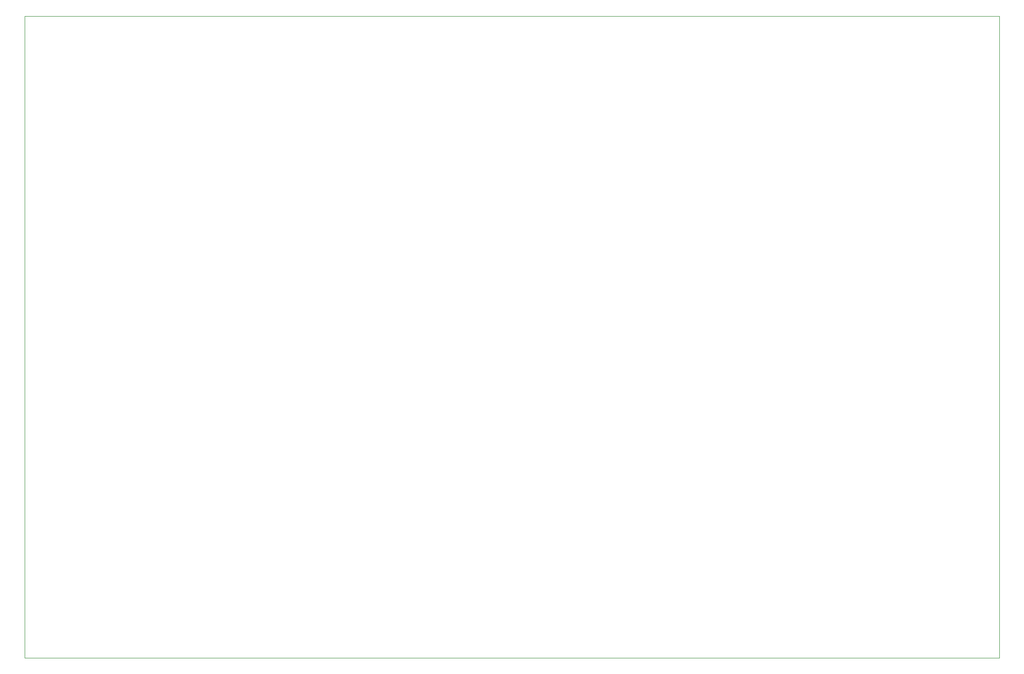
<source format=gbr>
%TF.GenerationSoftware,KiCad,Pcbnew,(6.0.9)*%
%TF.CreationDate,2023-04-17T01:59:29-04:00*%
%TF.ProjectId,TrailCounter,54726169-6c43-46f7-956e-7465722e6b69,rev?*%
%TF.SameCoordinates,Original*%
%TF.FileFunction,Profile,NP*%
%FSLAX46Y46*%
G04 Gerber Fmt 4.6, Leading zero omitted, Abs format (unit mm)*
G04 Created by KiCad (PCBNEW (6.0.9)) date 2023-04-17 01:59:29*
%MOMM*%
%LPD*%
G01*
G04 APERTURE LIST*
%TA.AperFunction,Profile*%
%ADD10C,0.100000*%
%TD*%
G04 APERTURE END LIST*
D10*
X28100000Y-22500000D02*
X202000000Y-22500000D01*
X202000000Y-22500000D02*
X202000000Y-137000000D01*
X202000000Y-137000000D02*
X28100000Y-137000000D01*
X28100000Y-137000000D02*
X28100000Y-22500000D01*
M02*

</source>
